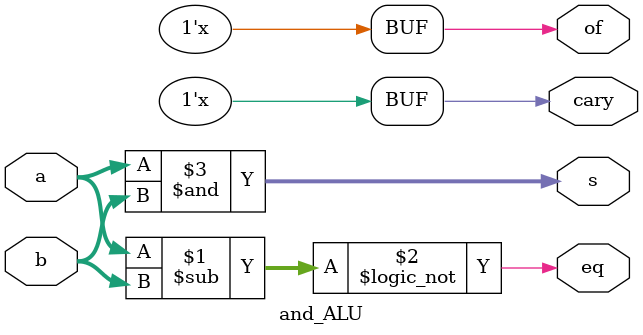
<source format=v>
`timescale 1ns / 1ps


module and_ALU(
    input [31:0] a,
    input [31:0] b,
    output [31:0] s,
    output eq,
    output cary,
    output of
    );
    
    assign eq = (a-b == 0);
    assign cary = 1'bZ;
    assign of = 1'bZ;
    assign s = a & b;
    
    
endmodule

</source>
